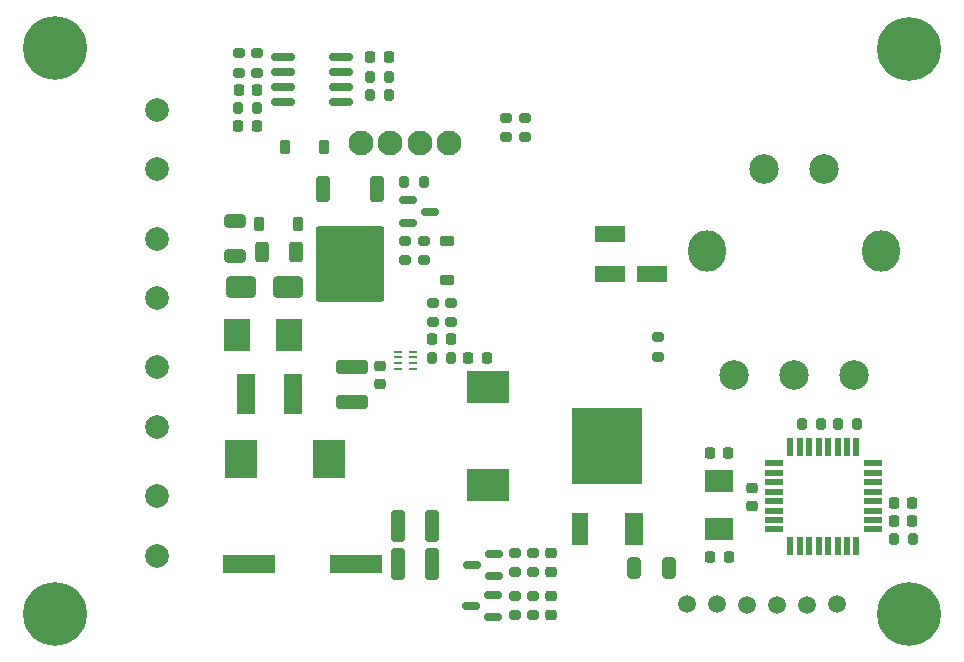
<source format=gts>
G04 #@! TF.GenerationSoftware,KiCad,Pcbnew,7.0.9*
G04 #@! TF.CreationDate,2024-10-07T21:29:26-04:00*
G04 #@! TF.ProjectId,T12 soldering station V12,54313220-736f-46c6-9465-72696e672073,rev?*
G04 #@! TF.SameCoordinates,Original*
G04 #@! TF.FileFunction,Soldermask,Top*
G04 #@! TF.FilePolarity,Negative*
%FSLAX46Y46*%
G04 Gerber Fmt 4.6, Leading zero omitted, Abs format (unit mm)*
G04 Created by KiCad (PCBNEW 7.0.9) date 2024-10-07 21:29:26*
%MOMM*%
%LPD*%
G01*
G04 APERTURE LIST*
G04 Aperture macros list*
%AMRoundRect*
0 Rectangle with rounded corners*
0 $1 Rounding radius*
0 $2 $3 $4 $5 $6 $7 $8 $9 X,Y pos of 4 corners*
0 Add a 4 corners polygon primitive as box body*
4,1,4,$2,$3,$4,$5,$6,$7,$8,$9,$2,$3,0*
0 Add four circle primitives for the rounded corners*
1,1,$1+$1,$2,$3*
1,1,$1+$1,$4,$5*
1,1,$1+$1,$6,$7*
1,1,$1+$1,$8,$9*
0 Add four rect primitives between the rounded corners*
20,1,$1+$1,$2,$3,$4,$5,0*
20,1,$1+$1,$4,$5,$6,$7,0*
20,1,$1+$1,$6,$7,$8,$9,0*
20,1,$1+$1,$8,$9,$2,$3,0*%
G04 Aperture macros list end*
%ADD10RoundRect,0.250000X-0.312500X-0.625000X0.312500X-0.625000X0.312500X0.625000X-0.312500X0.625000X0*%
%ADD11C,3.100000*%
%ADD12C,5.400000*%
%ADD13R,0.680000X0.280000*%
%ADD14RoundRect,0.200000X0.200000X0.275000X-0.200000X0.275000X-0.200000X-0.275000X0.200000X-0.275000X0*%
%ADD15R,2.500000X1.400000*%
%ADD16RoundRect,0.200000X0.275000X-0.200000X0.275000X0.200000X-0.275000X0.200000X-0.275000X-0.200000X0*%
%ADD17RoundRect,0.225000X-0.250000X0.225000X-0.250000X-0.225000X0.250000X-0.225000X0.250000X0.225000X0*%
%ADD18RoundRect,0.250000X-0.350000X0.850000X-0.350000X-0.850000X0.350000X-0.850000X0.350000X0.850000X0*%
%ADD19RoundRect,0.249997X-2.650003X2.950003X-2.650003X-2.950003X2.650003X-2.950003X2.650003X2.950003X0*%
%ADD20C,2.000000*%
%ADD21R,1.500000X0.550000*%
%ADD22R,0.550000X1.500000*%
%ADD23R,2.700000X3.300000*%
%ADD24RoundRect,0.225000X-0.225000X-0.250000X0.225000X-0.250000X0.225000X0.250000X-0.225000X0.250000X0*%
%ADD25RoundRect,0.200000X-0.275000X0.200000X-0.275000X-0.200000X0.275000X-0.200000X0.275000X0.200000X0*%
%ADD26RoundRect,0.150000X0.587500X0.150000X-0.587500X0.150000X-0.587500X-0.150000X0.587500X-0.150000X0*%
%ADD27RoundRect,0.200000X-0.200000X-0.275000X0.200000X-0.275000X0.200000X0.275000X-0.200000X0.275000X0*%
%ADD28RoundRect,0.250000X0.325000X1.100000X-0.325000X1.100000X-0.325000X-1.100000X0.325000X-1.100000X0*%
%ADD29RoundRect,0.150000X-0.825000X-0.150000X0.825000X-0.150000X0.825000X0.150000X-0.825000X0.150000X0*%
%ADD30RoundRect,0.250000X0.325000X0.650000X-0.325000X0.650000X-0.325000X-0.650000X0.325000X-0.650000X0*%
%ADD31RoundRect,0.225000X0.225000X0.250000X-0.225000X0.250000X-0.225000X-0.250000X0.225000X-0.250000X0*%
%ADD32RoundRect,0.250000X1.000000X0.650000X-1.000000X0.650000X-1.000000X-0.650000X1.000000X-0.650000X0*%
%ADD33RoundRect,0.250000X0.650000X-0.325000X0.650000X0.325000X-0.650000X0.325000X-0.650000X-0.325000X0*%
%ADD34R,4.500000X1.650000*%
%ADD35R,1.350000X2.800000*%
%ADD36R,1.500000X2.800000*%
%ADD37R,6.000000X6.500000*%
%ADD38R,2.400000X1.900000*%
%ADD39R,1.649000X3.500000*%
%ADD40C,1.500000*%
%ADD41R,2.160000X2.740000*%
%ADD42RoundRect,0.225000X-0.375000X0.225000X-0.375000X-0.225000X0.375000X-0.225000X0.375000X0.225000X0*%
%ADD43R,3.600000X2.700000*%
%ADD44RoundRect,0.150000X-0.587500X-0.150000X0.587500X-0.150000X0.587500X0.150000X-0.587500X0.150000X0*%
%ADD45RoundRect,0.225000X0.225000X0.375000X-0.225000X0.375000X-0.225000X-0.375000X0.225000X-0.375000X0*%
%ADD46RoundRect,0.250000X-1.100000X0.325000X-1.100000X-0.325000X1.100000X-0.325000X1.100000X0.325000X0*%
%ADD47O,3.200000X3.500000*%
%ADD48C,2.500000*%
%ADD49C,2.100000*%
G04 APERTURE END LIST*
D10*
X74407300Y-109093000D03*
X77332300Y-109093000D03*
D11*
X129235200Y-139776200D03*
D12*
X129235200Y-139776200D03*
D13*
X85912000Y-117522000D03*
X85912000Y-118022000D03*
X85912000Y-118522000D03*
X85912000Y-119022000D03*
X87192000Y-119022000D03*
X87192000Y-118522000D03*
X87192000Y-118022000D03*
X87192000Y-117522000D03*
D14*
X88122500Y-103134200D03*
X86472500Y-103134200D03*
D15*
X103936800Y-110998000D03*
X107492800Y-110998000D03*
X103936800Y-107594400D03*
D11*
X129235200Y-91871800D03*
D12*
X129235200Y-91871800D03*
D16*
X88875400Y-115024200D03*
X88875400Y-113374200D03*
D17*
X98907600Y-134607000D03*
X98907600Y-136157000D03*
D18*
X84144200Y-103775400D03*
D19*
X81864200Y-110075400D03*
D18*
X79584200Y-103775400D03*
D17*
X84442000Y-118747000D03*
X84442000Y-120297000D03*
D20*
X65532000Y-118872000D03*
X65532000Y-123872000D03*
D21*
X117761800Y-126988000D03*
X117761800Y-127788000D03*
X117761800Y-128588000D03*
X117761800Y-129388000D03*
X117761800Y-130188000D03*
X117761800Y-130988000D03*
X117761800Y-131788000D03*
X117761800Y-132588000D03*
D22*
X119161800Y-133988000D03*
X119961800Y-133988000D03*
X120761800Y-133988000D03*
X121561800Y-133988000D03*
X122361800Y-133988000D03*
X123161800Y-133988000D03*
X123961800Y-133988000D03*
X124761800Y-133988000D03*
D21*
X126161800Y-132588000D03*
X126161800Y-131788000D03*
X126161800Y-130988000D03*
X126161800Y-130188000D03*
X126161800Y-129388000D03*
X126161800Y-128588000D03*
X126161800Y-127788000D03*
X126161800Y-126988000D03*
D22*
X124761800Y-125588000D03*
X123961800Y-125588000D03*
X123161800Y-125588000D03*
X122361800Y-125588000D03*
X121561800Y-125588000D03*
X120761800Y-125588000D03*
X119961800Y-125588000D03*
X119161800Y-125588000D03*
D20*
X65532000Y-108030000D03*
X65532000Y-113030000D03*
D23*
X80067800Y-126619000D03*
X72687800Y-126619000D03*
D24*
X112331200Y-126100400D03*
X113881200Y-126100400D03*
X88862400Y-116485200D03*
X90412400Y-116485200D03*
X112382000Y-134939600D03*
X113932000Y-134939600D03*
D14*
X85229200Y-95783400D03*
X83579200Y-95783400D03*
D25*
X97383600Y-134557000D03*
X97383600Y-136207000D03*
D24*
X91910400Y-118060000D03*
X93460400Y-118060000D03*
D26*
X94028500Y-140015000D03*
X94028500Y-138115000D03*
X92153500Y-139065000D03*
D11*
X56896000Y-139776200D03*
D12*
X56896000Y-139776200D03*
D27*
X123177800Y-123698000D03*
X124827800Y-123698000D03*
D28*
X88865000Y-132284000D03*
X85915000Y-132284000D03*
D29*
X76214200Y-92608400D03*
X76214200Y-93878400D03*
X76214200Y-95148400D03*
X76214200Y-96418400D03*
X81164200Y-96418400D03*
X81164200Y-95148400D03*
X81164200Y-93878400D03*
X81164200Y-92608400D03*
D25*
X96697800Y-97727000D03*
X96697800Y-99377000D03*
D11*
X56896000Y-91821000D03*
D12*
X56896000Y-91821000D03*
D30*
X108917000Y-135890000D03*
X105967000Y-135890000D03*
D31*
X73990200Y-98450400D03*
X72440200Y-98450400D03*
D16*
X97337800Y-139854050D03*
X97337800Y-138204050D03*
D14*
X129552200Y-133375400D03*
X127902200Y-133375400D03*
D16*
X95123000Y-99377000D03*
X95123000Y-97727000D03*
X88110300Y-109775800D03*
X88110300Y-108125800D03*
D25*
X90450200Y-113374200D03*
X90450200Y-115024200D03*
D32*
X76676000Y-112090200D03*
X72676000Y-112090200D03*
D17*
X115925600Y-129044400D03*
X115925600Y-130594400D03*
D27*
X88812400Y-118060000D03*
X90462400Y-118060000D03*
D16*
X95813800Y-139854050D03*
X95813800Y-138204050D03*
D31*
X85166200Y-92608400D03*
X83616200Y-92608400D03*
D33*
X72186800Y-109399600D03*
X72186800Y-106449600D03*
D25*
X107924600Y-116332000D03*
X107924600Y-117982000D03*
D28*
X88865000Y-135548000D03*
X85915000Y-135548000D03*
D24*
X72453200Y-95377000D03*
X74003200Y-95377000D03*
D31*
X129506200Y-131845400D03*
X127956200Y-131845400D03*
D27*
X72391000Y-96926400D03*
X74041000Y-96926400D03*
D16*
X95859600Y-136207000D03*
X95859600Y-134557000D03*
D34*
X73351000Y-135483600D03*
X82351000Y-135483600D03*
D20*
X65532000Y-129794000D03*
X65532000Y-134794000D03*
D35*
X101342000Y-132512000D03*
D36*
X105922000Y-132512000D03*
D37*
X103652000Y-125552000D03*
D31*
X129510000Y-130330000D03*
X127960000Y-130330000D03*
D14*
X121805200Y-123698000D03*
X120155200Y-123698000D03*
D38*
X113157000Y-132588000D03*
X113157000Y-128488000D03*
D25*
X72466200Y-92266000D03*
X72466200Y-93916000D03*
D20*
X65532000Y-97108000D03*
X65532000Y-102108000D03*
D39*
X73087500Y-121081800D03*
X77026500Y-121081800D03*
D40*
X123160000Y-138930000D03*
X120620000Y-138950000D03*
X118080000Y-138950000D03*
X115540000Y-138990000D03*
X112980000Y-138890000D03*
X110440000Y-138930000D03*
D25*
X73990200Y-92266000D03*
X73990200Y-93916000D03*
D26*
X94053900Y-136560600D03*
X94053900Y-134660600D03*
X92178900Y-135610600D03*
D41*
X72339000Y-116154200D03*
X76759000Y-116154200D03*
D14*
X85229200Y-94259400D03*
X83579200Y-94259400D03*
D42*
X90091500Y-108164400D03*
X90091500Y-111464400D03*
D43*
X93599800Y-120549200D03*
X93599800Y-128849200D03*
D17*
X98872000Y-138241500D03*
X98872000Y-139791500D03*
D44*
X86817200Y-104724200D03*
X86817200Y-106624200D03*
X88692200Y-105674200D03*
D45*
X79653400Y-100203000D03*
X76353400Y-100203000D03*
D16*
X86563200Y-109791000D03*
X86563200Y-108141000D03*
D45*
X77519800Y-106705400D03*
X74219800Y-106705400D03*
D46*
X82042000Y-118872000D03*
X82042000Y-121822000D03*
D47*
X126881600Y-109032400D03*
X112081600Y-109032400D03*
D48*
X124561600Y-119532400D03*
X119481600Y-119532400D03*
X114401600Y-119532400D03*
X122021600Y-102032400D03*
X116941600Y-102032400D03*
D49*
X90275000Y-99875000D03*
X87775000Y-99875000D03*
X85275000Y-99875000D03*
X82775000Y-99875000D03*
M02*

</source>
